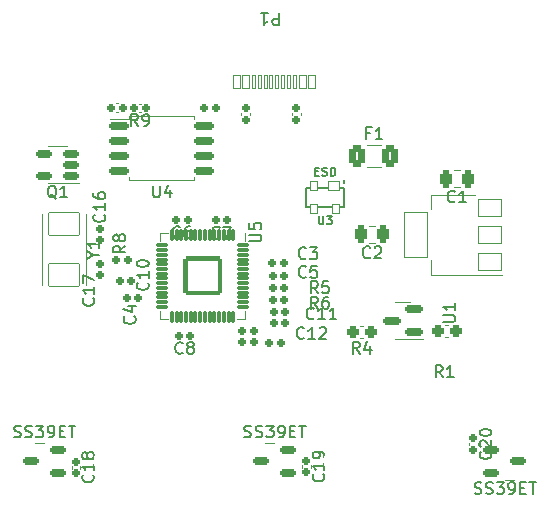
<source format=gbr>
%TF.GenerationSoftware,KiCad,Pcbnew,(7.0.0-0)*%
%TF.CreationDate,2023-03-14T22:07:24-05:00*%
%TF.ProjectId,RP2040_minimal,52503230-3430-45f6-9d69-6e696d616c2e,REV1*%
%TF.SameCoordinates,Original*%
%TF.FileFunction,Legend,Top*%
%TF.FilePolarity,Positive*%
%FSLAX46Y46*%
G04 Gerber Fmt 4.6, Leading zero omitted, Abs format (unit mm)*
G04 Created by KiCad (PCBNEW (7.0.0-0)) date 2023-03-14 22:07:24*
%MOMM*%
%LPD*%
G01*
G04 APERTURE LIST*
G04 Aperture macros list*
%AMRoundRect*
0 Rectangle with rounded corners*
0 $1 Rounding radius*
0 $2 $3 $4 $5 $6 $7 $8 $9 X,Y pos of 4 corners*
0 Add a 4 corners polygon primitive as box body*
4,1,4,$2,$3,$4,$5,$6,$7,$8,$9,$2,$3,0*
0 Add four circle primitives for the rounded corners*
1,1,$1+$1,$2,$3*
1,1,$1+$1,$4,$5*
1,1,$1+$1,$6,$7*
1,1,$1+$1,$8,$9*
0 Add four rect primitives between the rounded corners*
20,1,$1+$1,$2,$3,$4,$5,0*
20,1,$1+$1,$4,$5,$6,$7,0*
20,1,$1+$1,$6,$7,$8,$9,0*
20,1,$1+$1,$8,$9,$2,$3,0*%
G04 Aperture macros list end*
%ADD10C,0.150000*%
%ADD11C,0.120000*%
%ADD12RoundRect,0.294750X0.243750X0.456250X-0.243750X0.456250X-0.243750X-0.456250X0.243750X-0.456250X0*%
%ADD13RoundRect,0.198500X-0.147500X-0.172500X0.147500X-0.172500X0.147500X0.172500X-0.147500X0.172500X0*%
%ADD14RoundRect,0.198500X0.147500X0.172500X-0.147500X0.172500X-0.147500X-0.172500X0.147500X-0.172500X0*%
%ADD15RoundRect,0.051000X1.000000X0.750000X-1.000000X0.750000X-1.000000X-0.750000X1.000000X-0.750000X0*%
%ADD16RoundRect,0.051000X1.000000X1.900000X-1.000000X1.900000X-1.000000X-1.900000X1.000000X-1.900000X0*%
%ADD17RoundRect,0.201000X-0.650000X-0.150000X0.650000X-0.150000X0.650000X0.150000X-0.650000X0.150000X0*%
%ADD18RoundRect,0.198500X-0.172500X0.147500X-0.172500X-0.147500X0.172500X-0.147500X0.172500X0.147500X0*%
%ADD19RoundRect,0.101000X-0.050000X0.387500X-0.050000X-0.387500X0.050000X-0.387500X0.050000X0.387500X0*%
%ADD20RoundRect,0.101000X-0.387500X0.050000X-0.387500X-0.050000X0.387500X-0.050000X0.387500X0.050000X0*%
%ADD21RoundRect,0.195000X-1.456000X1.456000X-1.456000X-1.456000X1.456000X-1.456000X1.456000X1.456000X0*%
%ADD22RoundRect,0.198500X0.172500X-0.147500X0.172500X0.147500X-0.172500X0.147500X-0.172500X-0.147500X0*%
%ADD23RoundRect,0.051000X-1.300000X0.950000X-1.300000X-0.950000X1.300000X-0.950000X1.300000X0.950000X0*%
%ADD24RoundRect,0.191000X0.140000X0.170000X-0.140000X0.170000X-0.140000X-0.170000X0.140000X-0.170000X0*%
%ADD25RoundRect,0.201000X0.512500X0.150000X-0.512500X0.150000X-0.512500X-0.150000X0.512500X-0.150000X0*%
%ADD26RoundRect,0.276000X0.225000X0.250000X-0.225000X0.250000X-0.225000X-0.250000X0.225000X-0.250000X0*%
%ADD27RoundRect,0.201000X-0.512500X-0.150000X0.512500X-0.150000X0.512500X0.150000X-0.512500X0.150000X0*%
%ADD28RoundRect,0.050000X0.500000X0.350000X-0.500000X0.350000X-0.500000X-0.350000X0.500000X-0.350000X0*%
%ADD29RoundRect,0.050000X0.300000X0.350000X-0.300000X0.350000X-0.300000X-0.350000X0.300000X-0.350000X0*%
%ADD30RoundRect,0.201000X0.587500X0.150000X-0.587500X0.150000X-0.587500X-0.150000X0.587500X-0.150000X0*%
%ADD31RoundRect,0.191000X-0.170000X0.140000X-0.170000X-0.140000X0.170000X-0.140000X0.170000X0.140000X0*%
%ADD32RoundRect,0.191000X-0.140000X-0.170000X0.140000X-0.170000X0.140000X0.170000X-0.140000X0.170000X0*%
%ADD33RoundRect,0.051000X0.300000X0.575000X-0.300000X0.575000X-0.300000X-0.575000X0.300000X-0.575000X0*%
%ADD34RoundRect,0.051000X0.150000X0.575000X-0.150000X0.575000X-0.150000X-0.575000X0.150000X-0.575000X0*%
%ADD35O,1.102000X1.902000*%
%ADD36O,1.102000X2.302000*%
%ADD37RoundRect,0.301000X-0.375000X-0.625000X0.375000X-0.625000X0.375000X0.625000X-0.375000X0.625000X0*%
%ADD38C,3.302000*%
%ADD39C,1.802000*%
%ADD40C,4.402000*%
G04 APERTURE END LIST*
D10*
%TO.C,C2*%
X8103333Y17287858D02*
X8055714Y17240239D01*
X8055714Y17240239D02*
X7912857Y17192620D01*
X7912857Y17192620D02*
X7817619Y17192620D01*
X7817619Y17192620D02*
X7674762Y17240239D01*
X7674762Y17240239D02*
X7579524Y17335477D01*
X7579524Y17335477D02*
X7531905Y17430715D01*
X7531905Y17430715D02*
X7484286Y17621191D01*
X7484286Y17621191D02*
X7484286Y17764048D01*
X7484286Y17764048D02*
X7531905Y17954524D01*
X7531905Y17954524D02*
X7579524Y18049762D01*
X7579524Y18049762D02*
X7674762Y18145000D01*
X7674762Y18145000D02*
X7817619Y18192620D01*
X7817619Y18192620D02*
X7912857Y18192620D01*
X7912857Y18192620D02*
X8055714Y18145000D01*
X8055714Y18145000D02*
X8103333Y18097381D01*
X8484286Y18097381D02*
X8531905Y18145000D01*
X8531905Y18145000D02*
X8627143Y18192620D01*
X8627143Y18192620D02*
X8865238Y18192620D01*
X8865238Y18192620D02*
X8960476Y18145000D01*
X8960476Y18145000D02*
X9008095Y18097381D01*
X9008095Y18097381D02*
X9055714Y18002143D01*
X9055714Y18002143D02*
X9055714Y17906905D01*
X9055714Y17906905D02*
X9008095Y17764048D01*
X9008095Y17764048D02*
X8436667Y17192620D01*
X8436667Y17192620D02*
X9055714Y17192620D01*
%TO.C,C12*%
X2492142Y10456358D02*
X2444523Y10408739D01*
X2444523Y10408739D02*
X2301666Y10361120D01*
X2301666Y10361120D02*
X2206428Y10361120D01*
X2206428Y10361120D02*
X2063571Y10408739D01*
X2063571Y10408739D02*
X1968333Y10503977D01*
X1968333Y10503977D02*
X1920714Y10599215D01*
X1920714Y10599215D02*
X1873095Y10789691D01*
X1873095Y10789691D02*
X1873095Y10932548D01*
X1873095Y10932548D02*
X1920714Y11123024D01*
X1920714Y11123024D02*
X1968333Y11218262D01*
X1968333Y11218262D02*
X2063571Y11313500D01*
X2063571Y11313500D02*
X2206428Y11361120D01*
X2206428Y11361120D02*
X2301666Y11361120D01*
X2301666Y11361120D02*
X2444523Y11313500D01*
X2444523Y11313500D02*
X2492142Y11265881D01*
X3444523Y10361120D02*
X2873095Y10361120D01*
X3158809Y10361120D02*
X3158809Y11361120D01*
X3158809Y11361120D02*
X3063571Y11218262D01*
X3063571Y11218262D02*
X2968333Y11123024D01*
X2968333Y11123024D02*
X2873095Y11075405D01*
X3825476Y11265881D02*
X3873095Y11313500D01*
X3873095Y11313500D02*
X3968333Y11361120D01*
X3968333Y11361120D02*
X4206428Y11361120D01*
X4206428Y11361120D02*
X4301666Y11313500D01*
X4301666Y11313500D02*
X4349285Y11265881D01*
X4349285Y11265881D02*
X4396904Y11170643D01*
X4396904Y11170643D02*
X4396904Y11075405D01*
X4396904Y11075405D02*
X4349285Y10932548D01*
X4349285Y10932548D02*
X3777857Y10361120D01*
X3777857Y10361120D02*
X4396904Y10361120D01*
%TO.C,C11*%
X3342142Y12105358D02*
X3294523Y12057739D01*
X3294523Y12057739D02*
X3151666Y12010120D01*
X3151666Y12010120D02*
X3056428Y12010120D01*
X3056428Y12010120D02*
X2913571Y12057739D01*
X2913571Y12057739D02*
X2818333Y12152977D01*
X2818333Y12152977D02*
X2770714Y12248215D01*
X2770714Y12248215D02*
X2723095Y12438691D01*
X2723095Y12438691D02*
X2723095Y12581548D01*
X2723095Y12581548D02*
X2770714Y12772024D01*
X2770714Y12772024D02*
X2818333Y12867262D01*
X2818333Y12867262D02*
X2913571Y12962500D01*
X2913571Y12962500D02*
X3056428Y13010120D01*
X3056428Y13010120D02*
X3151666Y13010120D01*
X3151666Y13010120D02*
X3294523Y12962500D01*
X3294523Y12962500D02*
X3342142Y12914881D01*
X4294523Y12010120D02*
X3723095Y12010120D01*
X4008809Y12010120D02*
X4008809Y13010120D01*
X4008809Y13010120D02*
X3913571Y12867262D01*
X3913571Y12867262D02*
X3818333Y12772024D01*
X3818333Y12772024D02*
X3723095Y12724405D01*
X5246904Y12010120D02*
X4675476Y12010120D01*
X4961190Y12010120D02*
X4961190Y13010120D01*
X4961190Y13010120D02*
X4865952Y12867262D01*
X4865952Y12867262D02*
X4770714Y12772024D01*
X4770714Y12772024D02*
X4675476Y12724405D01*
%TO.C,C8*%
X-7766667Y9192858D02*
X-7814286Y9145239D01*
X-7814286Y9145239D02*
X-7957143Y9097620D01*
X-7957143Y9097620D02*
X-8052381Y9097620D01*
X-8052381Y9097620D02*
X-8195238Y9145239D01*
X-8195238Y9145239D02*
X-8290476Y9240477D01*
X-8290476Y9240477D02*
X-8338095Y9335715D01*
X-8338095Y9335715D02*
X-8385714Y9526191D01*
X-8385714Y9526191D02*
X-8385714Y9669048D01*
X-8385714Y9669048D02*
X-8338095Y9859524D01*
X-8338095Y9859524D02*
X-8290476Y9954762D01*
X-8290476Y9954762D02*
X-8195238Y10050000D01*
X-8195238Y10050000D02*
X-8052381Y10097620D01*
X-8052381Y10097620D02*
X-7957143Y10097620D01*
X-7957143Y10097620D02*
X-7814286Y10050000D01*
X-7814286Y10050000D02*
X-7766667Y10002381D01*
X-7195238Y9669048D02*
X-7290476Y9716667D01*
X-7290476Y9716667D02*
X-7338095Y9764286D01*
X-7338095Y9764286D02*
X-7385714Y9859524D01*
X-7385714Y9859524D02*
X-7385714Y9907143D01*
X-7385714Y9907143D02*
X-7338095Y10002381D01*
X-7338095Y10002381D02*
X-7290476Y10050000D01*
X-7290476Y10050000D02*
X-7195238Y10097620D01*
X-7195238Y10097620D02*
X-7004762Y10097620D01*
X-7004762Y10097620D02*
X-6909524Y10050000D01*
X-6909524Y10050000D02*
X-6861905Y10002381D01*
X-6861905Y10002381D02*
X-6814286Y9907143D01*
X-6814286Y9907143D02*
X-6814286Y9859524D01*
X-6814286Y9859524D02*
X-6861905Y9764286D01*
X-6861905Y9764286D02*
X-6909524Y9716667D01*
X-6909524Y9716667D02*
X-7004762Y9669048D01*
X-7004762Y9669048D02*
X-7195238Y9669048D01*
X-7195238Y9669048D02*
X-7290476Y9621429D01*
X-7290476Y9621429D02*
X-7338095Y9573810D01*
X-7338095Y9573810D02*
X-7385714Y9478572D01*
X-7385714Y9478572D02*
X-7385714Y9288096D01*
X-7385714Y9288096D02*
X-7338095Y9192858D01*
X-7338095Y9192858D02*
X-7290476Y9145239D01*
X-7290476Y9145239D02*
X-7195238Y9097620D01*
X-7195238Y9097620D02*
X-7004762Y9097620D01*
X-7004762Y9097620D02*
X-6909524Y9145239D01*
X-6909524Y9145239D02*
X-6861905Y9192858D01*
X-6861905Y9192858D02*
X-6814286Y9288096D01*
X-6814286Y9288096D02*
X-6814286Y9478572D01*
X-6814286Y9478572D02*
X-6861905Y9573810D01*
X-6861905Y9573810D02*
X-6909524Y9621429D01*
X-6909524Y9621429D02*
X-7004762Y9669048D01*
%TO.C,U1*%
X14302380Y11820596D02*
X15111904Y11820596D01*
X15111904Y11820596D02*
X15207142Y11868215D01*
X15207142Y11868215D02*
X15254761Y11915834D01*
X15254761Y11915834D02*
X15302380Y12011072D01*
X15302380Y12011072D02*
X15302380Y12201548D01*
X15302380Y12201548D02*
X15254761Y12296786D01*
X15254761Y12296786D02*
X15207142Y12344405D01*
X15207142Y12344405D02*
X15111904Y12392024D01*
X15111904Y12392024D02*
X14302380Y12392024D01*
X15302380Y13392024D02*
X15302380Y12820596D01*
X15302380Y13106310D02*
X14302380Y13106310D01*
X14302380Y13106310D02*
X14445238Y13011072D01*
X14445238Y13011072D02*
X14540476Y12915834D01*
X14540476Y12915834D02*
X14588095Y12820596D01*
%TO.C,U4*%
X-10279405Y23347620D02*
X-10279405Y22538096D01*
X-10279405Y22538096D02*
X-10231786Y22442858D01*
X-10231786Y22442858D02*
X-10184167Y22395239D01*
X-10184167Y22395239D02*
X-10088929Y22347620D01*
X-10088929Y22347620D02*
X-9898453Y22347620D01*
X-9898453Y22347620D02*
X-9803215Y22395239D01*
X-9803215Y22395239D02*
X-9755596Y22442858D01*
X-9755596Y22442858D02*
X-9707977Y22538096D01*
X-9707977Y22538096D02*
X-9707977Y23347620D01*
X-8803215Y23014286D02*
X-8803215Y22347620D01*
X-9041310Y23395239D02*
X-9279405Y22680953D01*
X-9279405Y22680953D02*
X-8660358Y22680953D01*
%TO.C,C17*%
X-15334377Y13811143D02*
X-15286758Y13763524D01*
X-15286758Y13763524D02*
X-15239139Y13620667D01*
X-15239139Y13620667D02*
X-15239139Y13525429D01*
X-15239139Y13525429D02*
X-15286758Y13382572D01*
X-15286758Y13382572D02*
X-15381996Y13287334D01*
X-15381996Y13287334D02*
X-15477234Y13239715D01*
X-15477234Y13239715D02*
X-15667710Y13192096D01*
X-15667710Y13192096D02*
X-15810567Y13192096D01*
X-15810567Y13192096D02*
X-16001043Y13239715D01*
X-16001043Y13239715D02*
X-16096281Y13287334D01*
X-16096281Y13287334D02*
X-16191519Y13382572D01*
X-16191519Y13382572D02*
X-16239139Y13525429D01*
X-16239139Y13525429D02*
X-16239139Y13620667D01*
X-16239139Y13620667D02*
X-16191519Y13763524D01*
X-16191519Y13763524D02*
X-16143900Y13811143D01*
X-15239139Y14763524D02*
X-15239139Y14192096D01*
X-15239139Y14477810D02*
X-16239139Y14477810D01*
X-16239139Y14477810D02*
X-16096281Y14382572D01*
X-16096281Y14382572D02*
X-16001043Y14287334D01*
X-16001043Y14287334D02*
X-15953424Y14192096D01*
X-16239139Y15096858D02*
X-16239139Y15763524D01*
X-16239139Y15763524D02*
X-15239139Y15334953D01*
%TO.C,C5*%
X2673333Y15642858D02*
X2625714Y15595239D01*
X2625714Y15595239D02*
X2482857Y15547620D01*
X2482857Y15547620D02*
X2387619Y15547620D01*
X2387619Y15547620D02*
X2244762Y15595239D01*
X2244762Y15595239D02*
X2149524Y15690477D01*
X2149524Y15690477D02*
X2101905Y15785715D01*
X2101905Y15785715D02*
X2054286Y15976191D01*
X2054286Y15976191D02*
X2054286Y16119048D01*
X2054286Y16119048D02*
X2101905Y16309524D01*
X2101905Y16309524D02*
X2149524Y16404762D01*
X2149524Y16404762D02*
X2244762Y16500000D01*
X2244762Y16500000D02*
X2387619Y16547620D01*
X2387619Y16547620D02*
X2482857Y16547620D01*
X2482857Y16547620D02*
X2625714Y16500000D01*
X2625714Y16500000D02*
X2673333Y16452381D01*
X3578095Y16547620D02*
X3101905Y16547620D01*
X3101905Y16547620D02*
X3054286Y16071429D01*
X3054286Y16071429D02*
X3101905Y16119048D01*
X3101905Y16119048D02*
X3197143Y16166667D01*
X3197143Y16166667D02*
X3435238Y16166667D01*
X3435238Y16166667D02*
X3530476Y16119048D01*
X3530476Y16119048D02*
X3578095Y16071429D01*
X3578095Y16071429D02*
X3625714Y15976191D01*
X3625714Y15976191D02*
X3625714Y15738096D01*
X3625714Y15738096D02*
X3578095Y15642858D01*
X3578095Y15642858D02*
X3530476Y15595239D01*
X3530476Y15595239D02*
X3435238Y15547620D01*
X3435238Y15547620D02*
X3197143Y15547620D01*
X3197143Y15547620D02*
X3101905Y15595239D01*
X3101905Y15595239D02*
X3054286Y15642858D01*
%TO.C,C7*%
X-4644167Y18960358D02*
X-4691786Y18912739D01*
X-4691786Y18912739D02*
X-4834643Y18865120D01*
X-4834643Y18865120D02*
X-4929881Y18865120D01*
X-4929881Y18865120D02*
X-5072738Y18912739D01*
X-5072738Y18912739D02*
X-5167976Y19007977D01*
X-5167976Y19007977D02*
X-5215595Y19103215D01*
X-5215595Y19103215D02*
X-5263214Y19293691D01*
X-5263214Y19293691D02*
X-5263214Y19436548D01*
X-5263214Y19436548D02*
X-5215595Y19627024D01*
X-5215595Y19627024D02*
X-5167976Y19722262D01*
X-5167976Y19722262D02*
X-5072738Y19817500D01*
X-5072738Y19817500D02*
X-4929881Y19865120D01*
X-4929881Y19865120D02*
X-4834643Y19865120D01*
X-4834643Y19865120D02*
X-4691786Y19817500D01*
X-4691786Y19817500D02*
X-4644167Y19769881D01*
X-4310833Y19865120D02*
X-3644167Y19865120D01*
X-3644167Y19865120D02*
X-4072738Y18865120D01*
%TO.C,C10*%
X-10741866Y15137143D02*
X-10694247Y15089524D01*
X-10694247Y15089524D02*
X-10646628Y14946667D01*
X-10646628Y14946667D02*
X-10646628Y14851429D01*
X-10646628Y14851429D02*
X-10694247Y14708572D01*
X-10694247Y14708572D02*
X-10789485Y14613334D01*
X-10789485Y14613334D02*
X-10884723Y14565715D01*
X-10884723Y14565715D02*
X-11075199Y14518096D01*
X-11075199Y14518096D02*
X-11218056Y14518096D01*
X-11218056Y14518096D02*
X-11408532Y14565715D01*
X-11408532Y14565715D02*
X-11503770Y14613334D01*
X-11503770Y14613334D02*
X-11599008Y14708572D01*
X-11599008Y14708572D02*
X-11646628Y14851429D01*
X-11646628Y14851429D02*
X-11646628Y14946667D01*
X-11646628Y14946667D02*
X-11599008Y15089524D01*
X-11599008Y15089524D02*
X-11551389Y15137143D01*
X-10646628Y16089524D02*
X-10646628Y15518096D01*
X-10646628Y15803810D02*
X-11646628Y15803810D01*
X-11646628Y15803810D02*
X-11503770Y15708572D01*
X-11503770Y15708572D02*
X-11408532Y15613334D01*
X-11408532Y15613334D02*
X-11360913Y15518096D01*
X-11646628Y16708572D02*
X-11646628Y16803810D01*
X-11646628Y16803810D02*
X-11599008Y16899048D01*
X-11599008Y16899048D02*
X-11551389Y16946667D01*
X-11551389Y16946667D02*
X-11456151Y16994286D01*
X-11456151Y16994286D02*
X-11265675Y17041905D01*
X-11265675Y17041905D02*
X-11027580Y17041905D01*
X-11027580Y17041905D02*
X-10837104Y16994286D01*
X-10837104Y16994286D02*
X-10741866Y16946667D01*
X-10741866Y16946667D02*
X-10694247Y16899048D01*
X-10694247Y16899048D02*
X-10646628Y16803810D01*
X-10646628Y16803810D02*
X-10646628Y16708572D01*
X-10646628Y16708572D02*
X-10694247Y16613334D01*
X-10694247Y16613334D02*
X-10741866Y16565715D01*
X-10741866Y16565715D02*
X-10837104Y16518096D01*
X-10837104Y16518096D02*
X-11027580Y16470477D01*
X-11027580Y16470477D02*
X-11265675Y16470477D01*
X-11265675Y16470477D02*
X-11456151Y16518096D01*
X-11456151Y16518096D02*
X-11551389Y16565715D01*
X-11551389Y16565715D02*
X-11599008Y16613334D01*
X-11599008Y16613334D02*
X-11646628Y16708572D01*
%TO.C,R5*%
X3674209Y14240120D02*
X3340876Y14716310D01*
X3102781Y14240120D02*
X3102781Y15240120D01*
X3102781Y15240120D02*
X3483733Y15240120D01*
X3483733Y15240120D02*
X3578971Y15192500D01*
X3578971Y15192500D02*
X3626590Y15144881D01*
X3626590Y15144881D02*
X3674209Y15049643D01*
X3674209Y15049643D02*
X3674209Y14906786D01*
X3674209Y14906786D02*
X3626590Y14811548D01*
X3626590Y14811548D02*
X3578971Y14763929D01*
X3578971Y14763929D02*
X3483733Y14716310D01*
X3483733Y14716310D02*
X3102781Y14716310D01*
X4578971Y15240120D02*
X4102781Y15240120D01*
X4102781Y15240120D02*
X4055162Y14763929D01*
X4055162Y14763929D02*
X4102781Y14811548D01*
X4102781Y14811548D02*
X4198019Y14859167D01*
X4198019Y14859167D02*
X4436114Y14859167D01*
X4436114Y14859167D02*
X4531352Y14811548D01*
X4531352Y14811548D02*
X4578971Y14763929D01*
X4578971Y14763929D02*
X4626590Y14668691D01*
X4626590Y14668691D02*
X4626590Y14430596D01*
X4626590Y14430596D02*
X4578971Y14335358D01*
X4578971Y14335358D02*
X4531352Y14287739D01*
X4531352Y14287739D02*
X4436114Y14240120D01*
X4436114Y14240120D02*
X4198019Y14240120D01*
X4198019Y14240120D02*
X4102781Y14287739D01*
X4102781Y14287739D02*
X4055162Y14335358D01*
%TO.C,C4*%
X-11847858Y12265834D02*
X-11800239Y12218215D01*
X-11800239Y12218215D02*
X-11752620Y12075358D01*
X-11752620Y12075358D02*
X-11752620Y11980120D01*
X-11752620Y11980120D02*
X-11800239Y11837263D01*
X-11800239Y11837263D02*
X-11895477Y11742025D01*
X-11895477Y11742025D02*
X-11990715Y11694406D01*
X-11990715Y11694406D02*
X-12181191Y11646787D01*
X-12181191Y11646787D02*
X-12324048Y11646787D01*
X-12324048Y11646787D02*
X-12514524Y11694406D01*
X-12514524Y11694406D02*
X-12609762Y11742025D01*
X-12609762Y11742025D02*
X-12705000Y11837263D01*
X-12705000Y11837263D02*
X-12752620Y11980120D01*
X-12752620Y11980120D02*
X-12752620Y12075358D01*
X-12752620Y12075358D02*
X-12705000Y12218215D01*
X-12705000Y12218215D02*
X-12657381Y12265834D01*
X-12419286Y13122977D02*
X-11752620Y13122977D01*
X-12800239Y12884882D02*
X-12085953Y12646787D01*
X-12085953Y12646787D02*
X-12085953Y13265834D01*
%TO.C,C1*%
X15283333Y22017858D02*
X15235714Y21970239D01*
X15235714Y21970239D02*
X15092857Y21922620D01*
X15092857Y21922620D02*
X14997619Y21922620D01*
X14997619Y21922620D02*
X14854762Y21970239D01*
X14854762Y21970239D02*
X14759524Y22065477D01*
X14759524Y22065477D02*
X14711905Y22160715D01*
X14711905Y22160715D02*
X14664286Y22351191D01*
X14664286Y22351191D02*
X14664286Y22494048D01*
X14664286Y22494048D02*
X14711905Y22684524D01*
X14711905Y22684524D02*
X14759524Y22779762D01*
X14759524Y22779762D02*
X14854762Y22875000D01*
X14854762Y22875000D02*
X14997619Y22922620D01*
X14997619Y22922620D02*
X15092857Y22922620D01*
X15092857Y22922620D02*
X15235714Y22875000D01*
X15235714Y22875000D02*
X15283333Y22827381D01*
X16235714Y21922620D02*
X15664286Y21922620D01*
X15950000Y21922620D02*
X15950000Y22922620D01*
X15950000Y22922620D02*
X15854762Y22779762D01*
X15854762Y22779762D02*
X15759524Y22684524D01*
X15759524Y22684524D02*
X15664286Y22636905D01*
%TO.C,C6*%
X-7994167Y18990358D02*
X-8041786Y18942739D01*
X-8041786Y18942739D02*
X-8184643Y18895120D01*
X-8184643Y18895120D02*
X-8279881Y18895120D01*
X-8279881Y18895120D02*
X-8422738Y18942739D01*
X-8422738Y18942739D02*
X-8517976Y19037977D01*
X-8517976Y19037977D02*
X-8565595Y19133215D01*
X-8565595Y19133215D02*
X-8613214Y19323691D01*
X-8613214Y19323691D02*
X-8613214Y19466548D01*
X-8613214Y19466548D02*
X-8565595Y19657024D01*
X-8565595Y19657024D02*
X-8517976Y19752262D01*
X-8517976Y19752262D02*
X-8422738Y19847500D01*
X-8422738Y19847500D02*
X-8279881Y19895120D01*
X-8279881Y19895120D02*
X-8184643Y19895120D01*
X-8184643Y19895120D02*
X-8041786Y19847500D01*
X-8041786Y19847500D02*
X-7994167Y19799881D01*
X-7137024Y19895120D02*
X-7327500Y19895120D01*
X-7327500Y19895120D02*
X-7422738Y19847500D01*
X-7422738Y19847500D02*
X-7470357Y19799881D01*
X-7470357Y19799881D02*
X-7565595Y19657024D01*
X-7565595Y19657024D02*
X-7613214Y19466548D01*
X-7613214Y19466548D02*
X-7613214Y19085596D01*
X-7613214Y19085596D02*
X-7565595Y18990358D01*
X-7565595Y18990358D02*
X-7517976Y18942739D01*
X-7517976Y18942739D02*
X-7422738Y18895120D01*
X-7422738Y18895120D02*
X-7232262Y18895120D01*
X-7232262Y18895120D02*
X-7137024Y18942739D01*
X-7137024Y18942739D02*
X-7089405Y18990358D01*
X-7089405Y18990358D02*
X-7041786Y19085596D01*
X-7041786Y19085596D02*
X-7041786Y19323691D01*
X-7041786Y19323691D02*
X-7089405Y19418929D01*
X-7089405Y19418929D02*
X-7137024Y19466548D01*
X-7137024Y19466548D02*
X-7232262Y19514167D01*
X-7232262Y19514167D02*
X-7422738Y19514167D01*
X-7422738Y19514167D02*
X-7517976Y19466548D01*
X-7517976Y19466548D02*
X-7565595Y19418929D01*
X-7565595Y19418929D02*
X-7613214Y19323691D01*
%TO.C,U5*%
X-2117620Y18633096D02*
X-1308096Y18633096D01*
X-1308096Y18633096D02*
X-1212858Y18680715D01*
X-1212858Y18680715D02*
X-1165239Y18728334D01*
X-1165239Y18728334D02*
X-1117620Y18823572D01*
X-1117620Y18823572D02*
X-1117620Y19014048D01*
X-1117620Y19014048D02*
X-1165239Y19109286D01*
X-1165239Y19109286D02*
X-1212858Y19156905D01*
X-1212858Y19156905D02*
X-1308096Y19204524D01*
X-1308096Y19204524D02*
X-2117620Y19204524D01*
X-2117620Y20156905D02*
X-2117620Y19680715D01*
X-2117620Y19680715D02*
X-1641429Y19633096D01*
X-1641429Y19633096D02*
X-1689048Y19680715D01*
X-1689048Y19680715D02*
X-1736667Y19775953D01*
X-1736667Y19775953D02*
X-1736667Y20014048D01*
X-1736667Y20014048D02*
X-1689048Y20109286D01*
X-1689048Y20109286D02*
X-1641429Y20156905D01*
X-1641429Y20156905D02*
X-1546191Y20204524D01*
X-1546191Y20204524D02*
X-1308096Y20204524D01*
X-1308096Y20204524D02*
X-1212858Y20156905D01*
X-1212858Y20156905D02*
X-1165239Y20109286D01*
X-1165239Y20109286D02*
X-1117620Y20014048D01*
X-1117620Y20014048D02*
X-1117620Y19775953D01*
X-1117620Y19775953D02*
X-1165239Y19680715D01*
X-1165239Y19680715D02*
X-1212858Y19633096D01*
%TO.C,C16*%
X-14420377Y20881143D02*
X-14372758Y20833524D01*
X-14372758Y20833524D02*
X-14325139Y20690667D01*
X-14325139Y20690667D02*
X-14325139Y20595429D01*
X-14325139Y20595429D02*
X-14372758Y20452572D01*
X-14372758Y20452572D02*
X-14467996Y20357334D01*
X-14467996Y20357334D02*
X-14563234Y20309715D01*
X-14563234Y20309715D02*
X-14753710Y20262096D01*
X-14753710Y20262096D02*
X-14896567Y20262096D01*
X-14896567Y20262096D02*
X-15087043Y20309715D01*
X-15087043Y20309715D02*
X-15182281Y20357334D01*
X-15182281Y20357334D02*
X-15277519Y20452572D01*
X-15277519Y20452572D02*
X-15325139Y20595429D01*
X-15325139Y20595429D02*
X-15325139Y20690667D01*
X-15325139Y20690667D02*
X-15277519Y20833524D01*
X-15277519Y20833524D02*
X-15229900Y20881143D01*
X-14325139Y21833524D02*
X-14325139Y21262096D01*
X-14325139Y21547810D02*
X-15325139Y21547810D01*
X-15325139Y21547810D02*
X-15182281Y21452572D01*
X-15182281Y21452572D02*
X-15087043Y21357334D01*
X-15087043Y21357334D02*
X-15039424Y21262096D01*
X-15325139Y22690667D02*
X-15325139Y22500191D01*
X-15325139Y22500191D02*
X-15277519Y22404953D01*
X-15277519Y22404953D02*
X-15229900Y22357334D01*
X-15229900Y22357334D02*
X-15087043Y22262096D01*
X-15087043Y22262096D02*
X-14896567Y22214477D01*
X-14896567Y22214477D02*
X-14515615Y22214477D01*
X-14515615Y22214477D02*
X-14420377Y22262096D01*
X-14420377Y22262096D02*
X-14372758Y22309715D01*
X-14372758Y22309715D02*
X-14325139Y22404953D01*
X-14325139Y22404953D02*
X-14325139Y22595429D01*
X-14325139Y22595429D02*
X-14372758Y22690667D01*
X-14372758Y22690667D02*
X-14420377Y22738286D01*
X-14420377Y22738286D02*
X-14515615Y22785905D01*
X-14515615Y22785905D02*
X-14753710Y22785905D01*
X-14753710Y22785905D02*
X-14848948Y22738286D01*
X-14848948Y22738286D02*
X-14896567Y22690667D01*
X-14896567Y22690667D02*
X-14944186Y22595429D01*
X-14944186Y22595429D02*
X-14944186Y22404953D01*
X-14944186Y22404953D02*
X-14896567Y22309715D01*
X-14896567Y22309715D02*
X-14848948Y22262096D01*
X-14848948Y22262096D02*
X-14753710Y22214477D01*
%TO.C,R6*%
X3674209Y12940120D02*
X3340876Y13416310D01*
X3102781Y12940120D02*
X3102781Y13940120D01*
X3102781Y13940120D02*
X3483733Y13940120D01*
X3483733Y13940120D02*
X3578971Y13892500D01*
X3578971Y13892500D02*
X3626590Y13844881D01*
X3626590Y13844881D02*
X3674209Y13749643D01*
X3674209Y13749643D02*
X3674209Y13606786D01*
X3674209Y13606786D02*
X3626590Y13511548D01*
X3626590Y13511548D02*
X3578971Y13463929D01*
X3578971Y13463929D02*
X3483733Y13416310D01*
X3483733Y13416310D02*
X3102781Y13416310D01*
X4531352Y13940120D02*
X4340876Y13940120D01*
X4340876Y13940120D02*
X4245638Y13892500D01*
X4245638Y13892500D02*
X4198019Y13844881D01*
X4198019Y13844881D02*
X4102781Y13702024D01*
X4102781Y13702024D02*
X4055162Y13511548D01*
X4055162Y13511548D02*
X4055162Y13130596D01*
X4055162Y13130596D02*
X4102781Y13035358D01*
X4102781Y13035358D02*
X4150400Y12987739D01*
X4150400Y12987739D02*
X4245638Y12940120D01*
X4245638Y12940120D02*
X4436114Y12940120D01*
X4436114Y12940120D02*
X4531352Y12987739D01*
X4531352Y12987739D02*
X4578971Y13035358D01*
X4578971Y13035358D02*
X4626590Y13130596D01*
X4626590Y13130596D02*
X4626590Y13368691D01*
X4626590Y13368691D02*
X4578971Y13463929D01*
X4578971Y13463929D02*
X4531352Y13511548D01*
X4531352Y13511548D02*
X4436114Y13559167D01*
X4436114Y13559167D02*
X4245638Y13559167D01*
X4245638Y13559167D02*
X4150400Y13511548D01*
X4150400Y13511548D02*
X4102781Y13463929D01*
X4102781Y13463929D02*
X4055162Y13368691D01*
%TO.C,C3*%
X2663333Y17212858D02*
X2615714Y17165239D01*
X2615714Y17165239D02*
X2472857Y17117620D01*
X2472857Y17117620D02*
X2377619Y17117620D01*
X2377619Y17117620D02*
X2234762Y17165239D01*
X2234762Y17165239D02*
X2139524Y17260477D01*
X2139524Y17260477D02*
X2091905Y17355715D01*
X2091905Y17355715D02*
X2044286Y17546191D01*
X2044286Y17546191D02*
X2044286Y17689048D01*
X2044286Y17689048D02*
X2091905Y17879524D01*
X2091905Y17879524D02*
X2139524Y17974762D01*
X2139524Y17974762D02*
X2234762Y18070000D01*
X2234762Y18070000D02*
X2377619Y18117620D01*
X2377619Y18117620D02*
X2472857Y18117620D01*
X2472857Y18117620D02*
X2615714Y18070000D01*
X2615714Y18070000D02*
X2663333Y18022381D01*
X2996667Y18117620D02*
X3615714Y18117620D01*
X3615714Y18117620D02*
X3282381Y17736667D01*
X3282381Y17736667D02*
X3425238Y17736667D01*
X3425238Y17736667D02*
X3520476Y17689048D01*
X3520476Y17689048D02*
X3568095Y17641429D01*
X3568095Y17641429D02*
X3615714Y17546191D01*
X3615714Y17546191D02*
X3615714Y17308096D01*
X3615714Y17308096D02*
X3568095Y17212858D01*
X3568095Y17212858D02*
X3520476Y17165239D01*
X3520476Y17165239D02*
X3425238Y17117620D01*
X3425238Y17117620D02*
X3139524Y17117620D01*
X3139524Y17117620D02*
X3044286Y17165239D01*
X3044286Y17165239D02*
X2996667Y17212858D01*
%TO.C,R8*%
X-12625139Y18257334D02*
X-13101329Y17924001D01*
X-12625139Y17685906D02*
X-13625139Y17685906D01*
X-13625139Y17685906D02*
X-13625139Y18066858D01*
X-13625139Y18066858D02*
X-13577519Y18162096D01*
X-13577519Y18162096D02*
X-13529900Y18209715D01*
X-13529900Y18209715D02*
X-13434662Y18257334D01*
X-13434662Y18257334D02*
X-13291805Y18257334D01*
X-13291805Y18257334D02*
X-13196567Y18209715D01*
X-13196567Y18209715D02*
X-13148948Y18162096D01*
X-13148948Y18162096D02*
X-13101329Y18066858D01*
X-13101329Y18066858D02*
X-13101329Y17685906D01*
X-13196567Y18828763D02*
X-13244186Y18733525D01*
X-13244186Y18733525D02*
X-13291805Y18685906D01*
X-13291805Y18685906D02*
X-13387043Y18638287D01*
X-13387043Y18638287D02*
X-13434662Y18638287D01*
X-13434662Y18638287D02*
X-13529900Y18685906D01*
X-13529900Y18685906D02*
X-13577519Y18733525D01*
X-13577519Y18733525D02*
X-13625139Y18828763D01*
X-13625139Y18828763D02*
X-13625139Y19019239D01*
X-13625139Y19019239D02*
X-13577519Y19114477D01*
X-13577519Y19114477D02*
X-13529900Y19162096D01*
X-13529900Y19162096D02*
X-13434662Y19209715D01*
X-13434662Y19209715D02*
X-13387043Y19209715D01*
X-13387043Y19209715D02*
X-13291805Y19162096D01*
X-13291805Y19162096D02*
X-13244186Y19114477D01*
X-13244186Y19114477D02*
X-13196567Y19019239D01*
X-13196567Y19019239D02*
X-13196567Y18828763D01*
X-13196567Y18828763D02*
X-13148948Y18733525D01*
X-13148948Y18733525D02*
X-13101329Y18685906D01*
X-13101329Y18685906D02*
X-13006091Y18638287D01*
X-13006091Y18638287D02*
X-12815615Y18638287D01*
X-12815615Y18638287D02*
X-12720377Y18685906D01*
X-12720377Y18685906D02*
X-12672758Y18733525D01*
X-12672758Y18733525D02*
X-12625139Y18828763D01*
X-12625139Y18828763D02*
X-12625139Y19019239D01*
X-12625139Y19019239D02*
X-12672758Y19114477D01*
X-12672758Y19114477D02*
X-12720377Y19162096D01*
X-12720377Y19162096D02*
X-12815615Y19209715D01*
X-12815615Y19209715D02*
X-13006091Y19209715D01*
X-13006091Y19209715D02*
X-13101329Y19162096D01*
X-13101329Y19162096D02*
X-13148948Y19114477D01*
X-13148948Y19114477D02*
X-13196567Y19019239D01*
%TO.C,Y1*%
X-15325648Y17486310D02*
X-14849458Y17486310D01*
X-15849458Y17152977D02*
X-15325648Y17486310D01*
X-15325648Y17486310D02*
X-15849458Y17819643D01*
X-14849458Y18676786D02*
X-14849458Y18105358D01*
X-14849458Y18391072D02*
X-15849458Y18391072D01*
X-15849458Y18391072D02*
X-15706600Y18295834D01*
X-15706600Y18295834D02*
X-15611362Y18200596D01*
X-15611362Y18200596D02*
X-15563743Y18105358D01*
%TO.C,R9*%
X-11556667Y28402620D02*
X-11890000Y28878810D01*
X-12128095Y28402620D02*
X-12128095Y29402620D01*
X-12128095Y29402620D02*
X-11747143Y29402620D01*
X-11747143Y29402620D02*
X-11651905Y29355000D01*
X-11651905Y29355000D02*
X-11604286Y29307381D01*
X-11604286Y29307381D02*
X-11556667Y29212143D01*
X-11556667Y29212143D02*
X-11556667Y29069286D01*
X-11556667Y29069286D02*
X-11604286Y28974048D01*
X-11604286Y28974048D02*
X-11651905Y28926429D01*
X-11651905Y28926429D02*
X-11747143Y28878810D01*
X-11747143Y28878810D02*
X-12128095Y28878810D01*
X-11080476Y28402620D02*
X-10890000Y28402620D01*
X-10890000Y28402620D02*
X-10794762Y28450239D01*
X-10794762Y28450239D02*
X-10747143Y28497858D01*
X-10747143Y28497858D02*
X-10651905Y28640715D01*
X-10651905Y28640715D02*
X-10604286Y28831191D01*
X-10604286Y28831191D02*
X-10604286Y29212143D01*
X-10604286Y29212143D02*
X-10651905Y29307381D01*
X-10651905Y29307381D02*
X-10699524Y29355000D01*
X-10699524Y29355000D02*
X-10794762Y29402620D01*
X-10794762Y29402620D02*
X-10985238Y29402620D01*
X-10985238Y29402620D02*
X-11080476Y29355000D01*
X-11080476Y29355000D02*
X-11128095Y29307381D01*
X-11128095Y29307381D02*
X-11175714Y29212143D01*
X-11175714Y29212143D02*
X-11175714Y28974048D01*
X-11175714Y28974048D02*
X-11128095Y28878810D01*
X-11128095Y28878810D02*
X-11080476Y28831191D01*
X-11080476Y28831191D02*
X-10985238Y28783572D01*
X-10985238Y28783572D02*
X-10794762Y28783572D01*
X-10794762Y28783572D02*
X-10699524Y28831191D01*
X-10699524Y28831191D02*
X-10651905Y28878810D01*
X-10651905Y28878810D02*
X-10604286Y28974048D01*
%TO.C,Q1*%
X-18452739Y22247381D02*
X-18547977Y22295000D01*
X-18547977Y22295000D02*
X-18643215Y22390239D01*
X-18643215Y22390239D02*
X-18786072Y22533096D01*
X-18786072Y22533096D02*
X-18881310Y22580715D01*
X-18881310Y22580715D02*
X-18976548Y22580715D01*
X-18928929Y22342620D02*
X-19024167Y22390239D01*
X-19024167Y22390239D02*
X-19119405Y22485477D01*
X-19119405Y22485477D02*
X-19167024Y22675953D01*
X-19167024Y22675953D02*
X-19167024Y23009286D01*
X-19167024Y23009286D02*
X-19119405Y23199762D01*
X-19119405Y23199762D02*
X-19024167Y23295000D01*
X-19024167Y23295000D02*
X-18928929Y23342620D01*
X-18928929Y23342620D02*
X-18738453Y23342620D01*
X-18738453Y23342620D02*
X-18643215Y23295000D01*
X-18643215Y23295000D02*
X-18547977Y23199762D01*
X-18547977Y23199762D02*
X-18500358Y23009286D01*
X-18500358Y23009286D02*
X-18500358Y22675953D01*
X-18500358Y22675953D02*
X-18547977Y22485477D01*
X-18547977Y22485477D02*
X-18643215Y22390239D01*
X-18643215Y22390239D02*
X-18738453Y22342620D01*
X-18738453Y22342620D02*
X-18928929Y22342620D01*
X-17547977Y22342620D02*
X-18119405Y22342620D01*
X-17833691Y22342620D02*
X-17833691Y23342620D01*
X-17833691Y23342620D02*
X-17928929Y23199762D01*
X-17928929Y23199762D02*
X-18024167Y23104524D01*
X-18024167Y23104524D02*
X-18119405Y23056905D01*
%TO.C,R4*%
X7223333Y9122620D02*
X6890000Y9598810D01*
X6651905Y9122620D02*
X6651905Y10122620D01*
X6651905Y10122620D02*
X7032857Y10122620D01*
X7032857Y10122620D02*
X7128095Y10075000D01*
X7128095Y10075000D02*
X7175714Y10027381D01*
X7175714Y10027381D02*
X7223333Y9932143D01*
X7223333Y9932143D02*
X7223333Y9789286D01*
X7223333Y9789286D02*
X7175714Y9694048D01*
X7175714Y9694048D02*
X7128095Y9646429D01*
X7128095Y9646429D02*
X7032857Y9598810D01*
X7032857Y9598810D02*
X6651905Y9598810D01*
X8080476Y9789286D02*
X8080476Y9122620D01*
X7842381Y10170239D02*
X7604286Y9455953D01*
X7604286Y9455953D02*
X8223333Y9455953D01*
%TO.C,S3*%
X16952381Y-2719761D02*
X17095238Y-2767380D01*
X17095238Y-2767380D02*
X17333333Y-2767380D01*
X17333333Y-2767380D02*
X17428571Y-2719761D01*
X17428571Y-2719761D02*
X17476190Y-2672142D01*
X17476190Y-2672142D02*
X17523809Y-2576904D01*
X17523809Y-2576904D02*
X17523809Y-2481666D01*
X17523809Y-2481666D02*
X17476190Y-2386428D01*
X17476190Y-2386428D02*
X17428571Y-2338809D01*
X17428571Y-2338809D02*
X17333333Y-2291190D01*
X17333333Y-2291190D02*
X17142857Y-2243571D01*
X17142857Y-2243571D02*
X17047619Y-2195952D01*
X17047619Y-2195952D02*
X17000000Y-2148333D01*
X17000000Y-2148333D02*
X16952381Y-2053095D01*
X16952381Y-2053095D02*
X16952381Y-1957857D01*
X16952381Y-1957857D02*
X17000000Y-1862619D01*
X17000000Y-1862619D02*
X17047619Y-1815000D01*
X17047619Y-1815000D02*
X17142857Y-1767380D01*
X17142857Y-1767380D02*
X17380952Y-1767380D01*
X17380952Y-1767380D02*
X17523809Y-1815000D01*
X17904762Y-2719761D02*
X18047619Y-2767380D01*
X18047619Y-2767380D02*
X18285714Y-2767380D01*
X18285714Y-2767380D02*
X18380952Y-2719761D01*
X18380952Y-2719761D02*
X18428571Y-2672142D01*
X18428571Y-2672142D02*
X18476190Y-2576904D01*
X18476190Y-2576904D02*
X18476190Y-2481666D01*
X18476190Y-2481666D02*
X18428571Y-2386428D01*
X18428571Y-2386428D02*
X18380952Y-2338809D01*
X18380952Y-2338809D02*
X18285714Y-2291190D01*
X18285714Y-2291190D02*
X18095238Y-2243571D01*
X18095238Y-2243571D02*
X18000000Y-2195952D01*
X18000000Y-2195952D02*
X17952381Y-2148333D01*
X17952381Y-2148333D02*
X17904762Y-2053095D01*
X17904762Y-2053095D02*
X17904762Y-1957857D01*
X17904762Y-1957857D02*
X17952381Y-1862619D01*
X17952381Y-1862619D02*
X18000000Y-1815000D01*
X18000000Y-1815000D02*
X18095238Y-1767380D01*
X18095238Y-1767380D02*
X18333333Y-1767380D01*
X18333333Y-1767380D02*
X18476190Y-1815000D01*
X18809524Y-1767380D02*
X19428571Y-1767380D01*
X19428571Y-1767380D02*
X19095238Y-2148333D01*
X19095238Y-2148333D02*
X19238095Y-2148333D01*
X19238095Y-2148333D02*
X19333333Y-2195952D01*
X19333333Y-2195952D02*
X19380952Y-2243571D01*
X19380952Y-2243571D02*
X19428571Y-2338809D01*
X19428571Y-2338809D02*
X19428571Y-2576904D01*
X19428571Y-2576904D02*
X19380952Y-2672142D01*
X19380952Y-2672142D02*
X19333333Y-2719761D01*
X19333333Y-2719761D02*
X19238095Y-2767380D01*
X19238095Y-2767380D02*
X18952381Y-2767380D01*
X18952381Y-2767380D02*
X18857143Y-2719761D01*
X18857143Y-2719761D02*
X18809524Y-2672142D01*
X19904762Y-2767380D02*
X20095238Y-2767380D01*
X20095238Y-2767380D02*
X20190476Y-2719761D01*
X20190476Y-2719761D02*
X20238095Y-2672142D01*
X20238095Y-2672142D02*
X20333333Y-2529285D01*
X20333333Y-2529285D02*
X20380952Y-2338809D01*
X20380952Y-2338809D02*
X20380952Y-1957857D01*
X20380952Y-1957857D02*
X20333333Y-1862619D01*
X20333333Y-1862619D02*
X20285714Y-1815000D01*
X20285714Y-1815000D02*
X20190476Y-1767380D01*
X20190476Y-1767380D02*
X20000000Y-1767380D01*
X20000000Y-1767380D02*
X19904762Y-1815000D01*
X19904762Y-1815000D02*
X19857143Y-1862619D01*
X19857143Y-1862619D02*
X19809524Y-1957857D01*
X19809524Y-1957857D02*
X19809524Y-2195952D01*
X19809524Y-2195952D02*
X19857143Y-2291190D01*
X19857143Y-2291190D02*
X19904762Y-2338809D01*
X19904762Y-2338809D02*
X20000000Y-2386428D01*
X20000000Y-2386428D02*
X20190476Y-2386428D01*
X20190476Y-2386428D02*
X20285714Y-2338809D01*
X20285714Y-2338809D02*
X20333333Y-2291190D01*
X20333333Y-2291190D02*
X20380952Y-2195952D01*
X20809524Y-2243571D02*
X21142857Y-2243571D01*
X21285714Y-2767380D02*
X20809524Y-2767380D01*
X20809524Y-2767380D02*
X20809524Y-1767380D01*
X20809524Y-1767380D02*
X21285714Y-1767380D01*
X21571429Y-1767380D02*
X22142857Y-1767380D01*
X21857143Y-2767380D02*
X21857143Y-1767380D01*
%TO.C,R1*%
X14238333Y7125120D02*
X13905000Y7601310D01*
X13666905Y7125120D02*
X13666905Y8125120D01*
X13666905Y8125120D02*
X14047857Y8125120D01*
X14047857Y8125120D02*
X14143095Y8077500D01*
X14143095Y8077500D02*
X14190714Y8029881D01*
X14190714Y8029881D02*
X14238333Y7934643D01*
X14238333Y7934643D02*
X14238333Y7791786D01*
X14238333Y7791786D02*
X14190714Y7696548D01*
X14190714Y7696548D02*
X14143095Y7648929D01*
X14143095Y7648929D02*
X14047857Y7601310D01*
X14047857Y7601310D02*
X13666905Y7601310D01*
X15190714Y7125120D02*
X14619286Y7125120D01*
X14905000Y7125120D02*
X14905000Y8125120D01*
X14905000Y8125120D02*
X14809762Y7982262D01*
X14809762Y7982262D02*
X14714524Y7887024D01*
X14714524Y7887024D02*
X14619286Y7839405D01*
%TO.C,U3*%
X3756666Y20777834D02*
X3756666Y20211167D01*
X3756666Y20211167D02*
X3790000Y20144500D01*
X3790000Y20144500D02*
X3823333Y20111167D01*
X3823333Y20111167D02*
X3890000Y20077834D01*
X3890000Y20077834D02*
X4023333Y20077834D01*
X4023333Y20077834D02*
X4090000Y20111167D01*
X4090000Y20111167D02*
X4123333Y20144500D01*
X4123333Y20144500D02*
X4156666Y20211167D01*
X4156666Y20211167D02*
X4156666Y20777834D01*
X4423333Y20777834D02*
X4856666Y20777834D01*
X4856666Y20777834D02*
X4623333Y20511167D01*
X4623333Y20511167D02*
X4723333Y20511167D01*
X4723333Y20511167D02*
X4789999Y20477834D01*
X4789999Y20477834D02*
X4823333Y20444500D01*
X4823333Y20444500D02*
X4856666Y20377834D01*
X4856666Y20377834D02*
X4856666Y20211167D01*
X4856666Y20211167D02*
X4823333Y20144500D01*
X4823333Y20144500D02*
X4789999Y20111167D01*
X4789999Y20111167D02*
X4723333Y20077834D01*
X4723333Y20077834D02*
X4523333Y20077834D01*
X4523333Y20077834D02*
X4456666Y20111167D01*
X4456666Y20111167D02*
X4423333Y20144500D01*
X3456666Y24544500D02*
X3690000Y24544500D01*
X3790000Y24177834D02*
X3456666Y24177834D01*
X3456666Y24177834D02*
X3456666Y24877834D01*
X3456666Y24877834D02*
X3790000Y24877834D01*
X4056666Y24211167D02*
X4156666Y24177834D01*
X4156666Y24177834D02*
X4323333Y24177834D01*
X4323333Y24177834D02*
X4389999Y24211167D01*
X4389999Y24211167D02*
X4423333Y24244500D01*
X4423333Y24244500D02*
X4456666Y24311167D01*
X4456666Y24311167D02*
X4456666Y24377834D01*
X4456666Y24377834D02*
X4423333Y24444500D01*
X4423333Y24444500D02*
X4389999Y24477834D01*
X4389999Y24477834D02*
X4323333Y24511167D01*
X4323333Y24511167D02*
X4189999Y24544500D01*
X4189999Y24544500D02*
X4123333Y24577834D01*
X4123333Y24577834D02*
X4089999Y24611167D01*
X4089999Y24611167D02*
X4056666Y24677834D01*
X4056666Y24677834D02*
X4056666Y24744500D01*
X4056666Y24744500D02*
X4089999Y24811167D01*
X4089999Y24811167D02*
X4123333Y24844500D01*
X4123333Y24844500D02*
X4189999Y24877834D01*
X4189999Y24877834D02*
X4356666Y24877834D01*
X4356666Y24877834D02*
X4456666Y24844500D01*
X4756666Y24177834D02*
X4756666Y24877834D01*
X4756666Y24877834D02*
X4923333Y24877834D01*
X4923333Y24877834D02*
X5023333Y24844500D01*
X5023333Y24844500D02*
X5090000Y24777834D01*
X5090000Y24777834D02*
X5123333Y24711167D01*
X5123333Y24711167D02*
X5156666Y24577834D01*
X5156666Y24577834D02*
X5156666Y24477834D01*
X5156666Y24477834D02*
X5123333Y24344500D01*
X5123333Y24344500D02*
X5090000Y24277834D01*
X5090000Y24277834D02*
X5023333Y24211167D01*
X5023333Y24211167D02*
X4923333Y24177834D01*
X4923333Y24177834D02*
X4756666Y24177834D01*
%TO.C,S2*%
X-2547619Y2080239D02*
X-2404762Y2032620D01*
X-2404762Y2032620D02*
X-2166667Y2032620D01*
X-2166667Y2032620D02*
X-2071429Y2080239D01*
X-2071429Y2080239D02*
X-2023810Y2127858D01*
X-2023810Y2127858D02*
X-1976191Y2223096D01*
X-1976191Y2223096D02*
X-1976191Y2318334D01*
X-1976191Y2318334D02*
X-2023810Y2413572D01*
X-2023810Y2413572D02*
X-2071429Y2461191D01*
X-2071429Y2461191D02*
X-2166667Y2508810D01*
X-2166667Y2508810D02*
X-2357143Y2556429D01*
X-2357143Y2556429D02*
X-2452381Y2604048D01*
X-2452381Y2604048D02*
X-2500000Y2651667D01*
X-2500000Y2651667D02*
X-2547619Y2746905D01*
X-2547619Y2746905D02*
X-2547619Y2842143D01*
X-2547619Y2842143D02*
X-2500000Y2937381D01*
X-2500000Y2937381D02*
X-2452381Y2985000D01*
X-2452381Y2985000D02*
X-2357143Y3032620D01*
X-2357143Y3032620D02*
X-2119048Y3032620D01*
X-2119048Y3032620D02*
X-1976191Y2985000D01*
X-1595238Y2080239D02*
X-1452381Y2032620D01*
X-1452381Y2032620D02*
X-1214286Y2032620D01*
X-1214286Y2032620D02*
X-1119048Y2080239D01*
X-1119048Y2080239D02*
X-1071429Y2127858D01*
X-1071429Y2127858D02*
X-1023810Y2223096D01*
X-1023810Y2223096D02*
X-1023810Y2318334D01*
X-1023810Y2318334D02*
X-1071429Y2413572D01*
X-1071429Y2413572D02*
X-1119048Y2461191D01*
X-1119048Y2461191D02*
X-1214286Y2508810D01*
X-1214286Y2508810D02*
X-1404762Y2556429D01*
X-1404762Y2556429D02*
X-1500000Y2604048D01*
X-1500000Y2604048D02*
X-1547619Y2651667D01*
X-1547619Y2651667D02*
X-1595238Y2746905D01*
X-1595238Y2746905D02*
X-1595238Y2842143D01*
X-1595238Y2842143D02*
X-1547619Y2937381D01*
X-1547619Y2937381D02*
X-1500000Y2985000D01*
X-1500000Y2985000D02*
X-1404762Y3032620D01*
X-1404762Y3032620D02*
X-1166667Y3032620D01*
X-1166667Y3032620D02*
X-1023810Y2985000D01*
X-690476Y3032620D02*
X-71429Y3032620D01*
X-71429Y3032620D02*
X-404762Y2651667D01*
X-404762Y2651667D02*
X-261905Y2651667D01*
X-261905Y2651667D02*
X-166667Y2604048D01*
X-166667Y2604048D02*
X-119048Y2556429D01*
X-119048Y2556429D02*
X-71429Y2461191D01*
X-71429Y2461191D02*
X-71429Y2223096D01*
X-71429Y2223096D02*
X-119048Y2127858D01*
X-119048Y2127858D02*
X-166667Y2080239D01*
X-166667Y2080239D02*
X-261905Y2032620D01*
X-261905Y2032620D02*
X-547619Y2032620D01*
X-547619Y2032620D02*
X-642857Y2080239D01*
X-642857Y2080239D02*
X-690476Y2127858D01*
X404762Y2032620D02*
X595238Y2032620D01*
X595238Y2032620D02*
X690476Y2080239D01*
X690476Y2080239D02*
X738095Y2127858D01*
X738095Y2127858D02*
X833333Y2270715D01*
X833333Y2270715D02*
X880952Y2461191D01*
X880952Y2461191D02*
X880952Y2842143D01*
X880952Y2842143D02*
X833333Y2937381D01*
X833333Y2937381D02*
X785714Y2985000D01*
X785714Y2985000D02*
X690476Y3032620D01*
X690476Y3032620D02*
X500000Y3032620D01*
X500000Y3032620D02*
X404762Y2985000D01*
X404762Y2985000D02*
X357143Y2937381D01*
X357143Y2937381D02*
X309524Y2842143D01*
X309524Y2842143D02*
X309524Y2604048D01*
X309524Y2604048D02*
X357143Y2508810D01*
X357143Y2508810D02*
X404762Y2461191D01*
X404762Y2461191D02*
X500000Y2413572D01*
X500000Y2413572D02*
X690476Y2413572D01*
X690476Y2413572D02*
X785714Y2461191D01*
X785714Y2461191D02*
X833333Y2508810D01*
X833333Y2508810D02*
X880952Y2604048D01*
X1309524Y2556429D02*
X1642857Y2556429D01*
X1785714Y2032620D02*
X1309524Y2032620D01*
X1309524Y2032620D02*
X1309524Y3032620D01*
X1309524Y3032620D02*
X1785714Y3032620D01*
X2071429Y3032620D02*
X2642857Y3032620D01*
X2357143Y2032620D02*
X2357143Y3032620D01*
%TO.C,S1*%
X-22047619Y2080239D02*
X-21904762Y2032620D01*
X-21904762Y2032620D02*
X-21666667Y2032620D01*
X-21666667Y2032620D02*
X-21571429Y2080239D01*
X-21571429Y2080239D02*
X-21523810Y2127858D01*
X-21523810Y2127858D02*
X-21476191Y2223096D01*
X-21476191Y2223096D02*
X-21476191Y2318334D01*
X-21476191Y2318334D02*
X-21523810Y2413572D01*
X-21523810Y2413572D02*
X-21571429Y2461191D01*
X-21571429Y2461191D02*
X-21666667Y2508810D01*
X-21666667Y2508810D02*
X-21857143Y2556429D01*
X-21857143Y2556429D02*
X-21952381Y2604048D01*
X-21952381Y2604048D02*
X-22000000Y2651667D01*
X-22000000Y2651667D02*
X-22047619Y2746905D01*
X-22047619Y2746905D02*
X-22047619Y2842143D01*
X-22047619Y2842143D02*
X-22000000Y2937381D01*
X-22000000Y2937381D02*
X-21952381Y2985000D01*
X-21952381Y2985000D02*
X-21857143Y3032620D01*
X-21857143Y3032620D02*
X-21619048Y3032620D01*
X-21619048Y3032620D02*
X-21476191Y2985000D01*
X-21095238Y2080239D02*
X-20952381Y2032620D01*
X-20952381Y2032620D02*
X-20714286Y2032620D01*
X-20714286Y2032620D02*
X-20619048Y2080239D01*
X-20619048Y2080239D02*
X-20571429Y2127858D01*
X-20571429Y2127858D02*
X-20523810Y2223096D01*
X-20523810Y2223096D02*
X-20523810Y2318334D01*
X-20523810Y2318334D02*
X-20571429Y2413572D01*
X-20571429Y2413572D02*
X-20619048Y2461191D01*
X-20619048Y2461191D02*
X-20714286Y2508810D01*
X-20714286Y2508810D02*
X-20904762Y2556429D01*
X-20904762Y2556429D02*
X-21000000Y2604048D01*
X-21000000Y2604048D02*
X-21047619Y2651667D01*
X-21047619Y2651667D02*
X-21095238Y2746905D01*
X-21095238Y2746905D02*
X-21095238Y2842143D01*
X-21095238Y2842143D02*
X-21047619Y2937381D01*
X-21047619Y2937381D02*
X-21000000Y2985000D01*
X-21000000Y2985000D02*
X-20904762Y3032620D01*
X-20904762Y3032620D02*
X-20666667Y3032620D01*
X-20666667Y3032620D02*
X-20523810Y2985000D01*
X-20190476Y3032620D02*
X-19571429Y3032620D01*
X-19571429Y3032620D02*
X-19904762Y2651667D01*
X-19904762Y2651667D02*
X-19761905Y2651667D01*
X-19761905Y2651667D02*
X-19666667Y2604048D01*
X-19666667Y2604048D02*
X-19619048Y2556429D01*
X-19619048Y2556429D02*
X-19571429Y2461191D01*
X-19571429Y2461191D02*
X-19571429Y2223096D01*
X-19571429Y2223096D02*
X-19619048Y2127858D01*
X-19619048Y2127858D02*
X-19666667Y2080239D01*
X-19666667Y2080239D02*
X-19761905Y2032620D01*
X-19761905Y2032620D02*
X-20047619Y2032620D01*
X-20047619Y2032620D02*
X-20142857Y2080239D01*
X-20142857Y2080239D02*
X-20190476Y2127858D01*
X-19095238Y2032620D02*
X-18904762Y2032620D01*
X-18904762Y2032620D02*
X-18809524Y2080239D01*
X-18809524Y2080239D02*
X-18761905Y2127858D01*
X-18761905Y2127858D02*
X-18666667Y2270715D01*
X-18666667Y2270715D02*
X-18619048Y2461191D01*
X-18619048Y2461191D02*
X-18619048Y2842143D01*
X-18619048Y2842143D02*
X-18666667Y2937381D01*
X-18666667Y2937381D02*
X-18714286Y2985000D01*
X-18714286Y2985000D02*
X-18809524Y3032620D01*
X-18809524Y3032620D02*
X-19000000Y3032620D01*
X-19000000Y3032620D02*
X-19095238Y2985000D01*
X-19095238Y2985000D02*
X-19142857Y2937381D01*
X-19142857Y2937381D02*
X-19190476Y2842143D01*
X-19190476Y2842143D02*
X-19190476Y2604048D01*
X-19190476Y2604048D02*
X-19142857Y2508810D01*
X-19142857Y2508810D02*
X-19095238Y2461191D01*
X-19095238Y2461191D02*
X-19000000Y2413572D01*
X-19000000Y2413572D02*
X-18809524Y2413572D01*
X-18809524Y2413572D02*
X-18714286Y2461191D01*
X-18714286Y2461191D02*
X-18666667Y2508810D01*
X-18666667Y2508810D02*
X-18619048Y2604048D01*
X-18190476Y2556429D02*
X-17857143Y2556429D01*
X-17714286Y2032620D02*
X-18190476Y2032620D01*
X-18190476Y2032620D02*
X-18190476Y3032620D01*
X-18190476Y3032620D02*
X-17714286Y3032620D01*
X-17428571Y3032620D02*
X-16857143Y3032620D01*
X-17142857Y2032620D02*
X-17142857Y3032620D01*
%TO.C,C18*%
X-15377858Y-1142857D02*
X-15330239Y-1190476D01*
X-15330239Y-1190476D02*
X-15282620Y-1333333D01*
X-15282620Y-1333333D02*
X-15282620Y-1428571D01*
X-15282620Y-1428571D02*
X-15330239Y-1571428D01*
X-15330239Y-1571428D02*
X-15425477Y-1666666D01*
X-15425477Y-1666666D02*
X-15520715Y-1714285D01*
X-15520715Y-1714285D02*
X-15711191Y-1761904D01*
X-15711191Y-1761904D02*
X-15854048Y-1761904D01*
X-15854048Y-1761904D02*
X-16044524Y-1714285D01*
X-16044524Y-1714285D02*
X-16139762Y-1666666D01*
X-16139762Y-1666666D02*
X-16235000Y-1571428D01*
X-16235000Y-1571428D02*
X-16282620Y-1428571D01*
X-16282620Y-1428571D02*
X-16282620Y-1333333D01*
X-16282620Y-1333333D02*
X-16235000Y-1190476D01*
X-16235000Y-1190476D02*
X-16187381Y-1142857D01*
X-15282620Y-190476D02*
X-15282620Y-761904D01*
X-15282620Y-476190D02*
X-16282620Y-476190D01*
X-16282620Y-476190D02*
X-16139762Y-571428D01*
X-16139762Y-571428D02*
X-16044524Y-666666D01*
X-16044524Y-666666D02*
X-15996905Y-761904D01*
X-15854048Y380953D02*
X-15901667Y285715D01*
X-15901667Y285715D02*
X-15949286Y238096D01*
X-15949286Y238096D02*
X-16044524Y190477D01*
X-16044524Y190477D02*
X-16092143Y190477D01*
X-16092143Y190477D02*
X-16187381Y238096D01*
X-16187381Y238096D02*
X-16235000Y285715D01*
X-16235000Y285715D02*
X-16282620Y380953D01*
X-16282620Y380953D02*
X-16282620Y571429D01*
X-16282620Y571429D02*
X-16235000Y666667D01*
X-16235000Y666667D02*
X-16187381Y714286D01*
X-16187381Y714286D02*
X-16092143Y761905D01*
X-16092143Y761905D02*
X-16044524Y761905D01*
X-16044524Y761905D02*
X-15949286Y714286D01*
X-15949286Y714286D02*
X-15901667Y666667D01*
X-15901667Y666667D02*
X-15854048Y571429D01*
X-15854048Y571429D02*
X-15854048Y380953D01*
X-15854048Y380953D02*
X-15806429Y285715D01*
X-15806429Y285715D02*
X-15758810Y238096D01*
X-15758810Y238096D02*
X-15663572Y190477D01*
X-15663572Y190477D02*
X-15473096Y190477D01*
X-15473096Y190477D02*
X-15377858Y238096D01*
X-15377858Y238096D02*
X-15330239Y285715D01*
X-15330239Y285715D02*
X-15282620Y380953D01*
X-15282620Y380953D02*
X-15282620Y571429D01*
X-15282620Y571429D02*
X-15330239Y666667D01*
X-15330239Y666667D02*
X-15377858Y714286D01*
X-15377858Y714286D02*
X-15473096Y761905D01*
X-15473096Y761905D02*
X-15663572Y761905D01*
X-15663572Y761905D02*
X-15758810Y714286D01*
X-15758810Y714286D02*
X-15806429Y666667D01*
X-15806429Y666667D02*
X-15854048Y571429D01*
%TO.C,C20*%
X18272142Y833143D02*
X18319761Y785524D01*
X18319761Y785524D02*
X18367380Y642667D01*
X18367380Y642667D02*
X18367380Y547429D01*
X18367380Y547429D02*
X18319761Y404572D01*
X18319761Y404572D02*
X18224523Y309334D01*
X18224523Y309334D02*
X18129285Y261715D01*
X18129285Y261715D02*
X17938809Y214096D01*
X17938809Y214096D02*
X17795952Y214096D01*
X17795952Y214096D02*
X17605476Y261715D01*
X17605476Y261715D02*
X17510238Y309334D01*
X17510238Y309334D02*
X17415000Y404572D01*
X17415000Y404572D02*
X17367380Y547429D01*
X17367380Y547429D02*
X17367380Y642667D01*
X17367380Y642667D02*
X17415000Y785524D01*
X17415000Y785524D02*
X17462619Y833143D01*
X17462619Y1214096D02*
X17415000Y1261715D01*
X17415000Y1261715D02*
X17367380Y1356953D01*
X17367380Y1356953D02*
X17367380Y1595048D01*
X17367380Y1595048D02*
X17415000Y1690286D01*
X17415000Y1690286D02*
X17462619Y1737905D01*
X17462619Y1737905D02*
X17557857Y1785524D01*
X17557857Y1785524D02*
X17653095Y1785524D01*
X17653095Y1785524D02*
X17795952Y1737905D01*
X17795952Y1737905D02*
X18367380Y1166477D01*
X18367380Y1166477D02*
X18367380Y1785524D01*
X17367380Y2404572D02*
X17367380Y2499810D01*
X17367380Y2499810D02*
X17415000Y2595048D01*
X17415000Y2595048D02*
X17462619Y2642667D01*
X17462619Y2642667D02*
X17557857Y2690286D01*
X17557857Y2690286D02*
X17748333Y2737905D01*
X17748333Y2737905D02*
X17986428Y2737905D01*
X17986428Y2737905D02*
X18176904Y2690286D01*
X18176904Y2690286D02*
X18272142Y2642667D01*
X18272142Y2642667D02*
X18319761Y2595048D01*
X18319761Y2595048D02*
X18367380Y2499810D01*
X18367380Y2499810D02*
X18367380Y2404572D01*
X18367380Y2404572D02*
X18319761Y2309334D01*
X18319761Y2309334D02*
X18272142Y2261715D01*
X18272142Y2261715D02*
X18176904Y2214096D01*
X18176904Y2214096D02*
X17986428Y2166477D01*
X17986428Y2166477D02*
X17748333Y2166477D01*
X17748333Y2166477D02*
X17557857Y2214096D01*
X17557857Y2214096D02*
X17462619Y2261715D01*
X17462619Y2261715D02*
X17415000Y2309334D01*
X17415000Y2309334D02*
X17367380Y2404572D01*
%TO.C,C19*%
X4132142Y-1082857D02*
X4179761Y-1130476D01*
X4179761Y-1130476D02*
X4227380Y-1273333D01*
X4227380Y-1273333D02*
X4227380Y-1368571D01*
X4227380Y-1368571D02*
X4179761Y-1511428D01*
X4179761Y-1511428D02*
X4084523Y-1606666D01*
X4084523Y-1606666D02*
X3989285Y-1654285D01*
X3989285Y-1654285D02*
X3798809Y-1701904D01*
X3798809Y-1701904D02*
X3655952Y-1701904D01*
X3655952Y-1701904D02*
X3465476Y-1654285D01*
X3465476Y-1654285D02*
X3370238Y-1606666D01*
X3370238Y-1606666D02*
X3275000Y-1511428D01*
X3275000Y-1511428D02*
X3227380Y-1368571D01*
X3227380Y-1368571D02*
X3227380Y-1273333D01*
X3227380Y-1273333D02*
X3275000Y-1130476D01*
X3275000Y-1130476D02*
X3322619Y-1082857D01*
X4227380Y-130476D02*
X4227380Y-701904D01*
X4227380Y-416190D02*
X3227380Y-416190D01*
X3227380Y-416190D02*
X3370238Y-511428D01*
X3370238Y-511428D02*
X3465476Y-606666D01*
X3465476Y-606666D02*
X3513095Y-701904D01*
X4227380Y345715D02*
X4227380Y536191D01*
X4227380Y536191D02*
X4179761Y631429D01*
X4179761Y631429D02*
X4132142Y679048D01*
X4132142Y679048D02*
X3989285Y774286D01*
X3989285Y774286D02*
X3798809Y821905D01*
X3798809Y821905D02*
X3417857Y821905D01*
X3417857Y821905D02*
X3322619Y774286D01*
X3322619Y774286D02*
X3275000Y726667D01*
X3275000Y726667D02*
X3227380Y631429D01*
X3227380Y631429D02*
X3227380Y440953D01*
X3227380Y440953D02*
X3275000Y345715D01*
X3275000Y345715D02*
X3322619Y298096D01*
X3322619Y298096D02*
X3417857Y250477D01*
X3417857Y250477D02*
X3655952Y250477D01*
X3655952Y250477D02*
X3751190Y298096D01*
X3751190Y298096D02*
X3798809Y345715D01*
X3798809Y345715D02*
X3846428Y440953D01*
X3846428Y440953D02*
X3846428Y631429D01*
X3846428Y631429D02*
X3798809Y726667D01*
X3798809Y726667D02*
X3751190Y774286D01*
X3751190Y774286D02*
X3655952Y821905D01*
%TO.C,P1*%
X388094Y37967381D02*
X388094Y36967381D01*
X388094Y36967381D02*
X7142Y36967381D01*
X7142Y36967381D02*
X-88096Y37015000D01*
X-88096Y37015000D02*
X-135715Y37062620D01*
X-135715Y37062620D02*
X-183334Y37157858D01*
X-183334Y37157858D02*
X-183334Y37300715D01*
X-183334Y37300715D02*
X-135715Y37395953D01*
X-135715Y37395953D02*
X-88096Y37443572D01*
X-88096Y37443572D02*
X7142Y37491191D01*
X7142Y37491191D02*
X388094Y37491191D01*
X-1135715Y37967381D02*
X-564287Y37967381D01*
X-850001Y37967381D02*
X-850001Y36967381D01*
X-850001Y36967381D02*
X-754763Y37110239D01*
X-754763Y37110239D02*
X-659525Y37205477D01*
X-659525Y37205477D02*
X-564287Y37253096D01*
%TO.C,F1*%
X8096666Y27816429D02*
X7763333Y27816429D01*
X7763333Y27292620D02*
X7763333Y28292620D01*
X7763333Y28292620D02*
X8239523Y28292620D01*
X9144285Y27292620D02*
X8572857Y27292620D01*
X8858571Y27292620D02*
X8858571Y28292620D01*
X8858571Y28292620D02*
X8763333Y28149762D01*
X8763333Y28149762D02*
X8668095Y28054524D01*
X8668095Y28054524D02*
X8572857Y28006905D01*
D11*
%TO.C,C2*%
X8528578Y18500000D02*
X8011422Y18500000D01*
X8528578Y19920000D02*
X8011422Y19920000D01*
%TO.C,U1*%
X19230000Y15770000D02*
X13220000Y15770000D01*
X16980000Y22590000D02*
X13220000Y22590000D01*
X13220000Y15770000D02*
X13220000Y17030000D01*
X13220000Y22590000D02*
X13220000Y21330000D01*
%TO.C,U4*%
X-12280000Y29232500D02*
X-12280000Y28972500D01*
X-12280000Y28972500D02*
X-13955000Y28972500D01*
X-12280000Y23782500D02*
X-12280000Y24042500D01*
X-9555000Y29232500D02*
X-12280000Y29232500D01*
X-9555000Y29232500D02*
X-6830000Y29232500D01*
X-9555000Y23782500D02*
X-12280000Y23782500D01*
X-9555000Y23782500D02*
X-6830000Y23782500D01*
X-6830000Y29232500D02*
X-6830000Y28972500D01*
X-6830000Y23782500D02*
X-6830000Y24042500D01*
%TO.C,C1*%
X15708578Y23230000D02*
X15191422Y23230000D01*
X15708578Y24650000D02*
X15191422Y24650000D01*
%TO.C,U5*%
X-9695000Y19295000D02*
X-9045000Y19295000D01*
X-2475000Y18645000D02*
X-2475000Y19295000D01*
X-9695000Y18645000D02*
X-9695000Y19295000D01*
X-2475000Y12725000D02*
X-2475000Y12075000D01*
X-9695000Y12725000D02*
X-9695000Y12075000D01*
X-2475000Y12075000D02*
X-3125000Y12075000D01*
X-9695000Y12075000D02*
X-9045000Y12075000D01*
%TO.C,Y1*%
X-15956838Y20962500D02*
X-15956838Y14962500D01*
X-19676838Y20962500D02*
X-19676838Y14962500D01*
%TO.C,R9*%
X-11282164Y29570000D02*
X-11497836Y29570000D01*
X-11282164Y30290000D02*
X-11497836Y30290000D01*
%TO.C,Q1*%
X-18357500Y23550000D02*
X-16557500Y23550000D01*
X-18357500Y23550000D02*
X-19157500Y23550000D01*
X-18357500Y26670000D02*
X-17557500Y26670000D01*
X-18357500Y26670000D02*
X-19157500Y26670000D01*
%TO.C,R4*%
X7530580Y10410000D02*
X7249420Y10410000D01*
X7530580Y11430000D02*
X7249420Y11430000D01*
%TO.C,S3*%
X19500000Y-1560000D02*
X20300000Y-1560000D01*
%TO.C,R1*%
X14740580Y10510000D02*
X14459420Y10510000D01*
X14740580Y11530000D02*
X14459420Y11530000D01*
D10*
%TO.C,U3*%
X5890000Y21535000D02*
X5890000Y23135000D01*
X5890000Y23535000D02*
X5890000Y23835000D01*
X2690000Y21535000D02*
X5890000Y21535000D01*
X2690000Y21535000D02*
X2690000Y23135000D01*
X2690000Y23135000D02*
X5890000Y23135000D01*
D11*
%TO.C,S2*%
X0Y1560000D02*
X-800000Y1560000D01*
%TO.C,U2*%
X10867500Y10350000D02*
X12542500Y10350000D01*
X10867500Y10350000D02*
X10217500Y10350000D01*
X10867500Y13470000D02*
X11517500Y13470000D01*
X10867500Y13470000D02*
X10217500Y13470000D01*
%TO.C,R2*%
X2214000Y29523836D02*
X2214000Y29308164D01*
X1494000Y29523836D02*
X1494000Y29308164D01*
%TO.C,S1*%
X-19500000Y1560000D02*
X-20300000Y1560000D01*
%TO.C,C18*%
X-16450000Y-392164D02*
X-16450000Y-607836D01*
X-17170000Y-392164D02*
X-17170000Y-607836D01*
%TO.C,C20*%
X17200000Y1583836D02*
X17200000Y1368164D01*
X16480000Y1583836D02*
X16480000Y1368164D01*
%TO.C,R3*%
X-2070000Y29507836D02*
X-2070000Y29292164D01*
X-2790000Y29507836D02*
X-2790000Y29292164D01*
%TO.C,C19*%
X3060000Y-332164D02*
X3060000Y-547836D01*
X2340000Y-332164D02*
X2340000Y-547836D01*
%TO.C,R7*%
X-13437836Y30300000D02*
X-13222164Y30300000D01*
X-13437836Y29580000D02*
X-13222164Y29580000D01*
%TO.C,F1*%
X7827936Y26750000D02*
X9032064Y26750000D01*
X7827936Y24930000D02*
X9032064Y24930000D01*
%TD*%
%LPC*%
D12*
%TO.C,C2*%
X9207500Y19210000D03*
X7332500Y19210000D03*
%TD*%
D13*
%TO.C,C12*%
X-45000Y11682500D03*
X925000Y11682500D03*
%TD*%
%TO.C,C11*%
X-45000Y12682500D03*
X925000Y12682500D03*
%TD*%
D14*
%TO.C,C8*%
X-7115000Y10635000D03*
X-8085000Y10635000D03*
%TD*%
D15*
%TO.C,U1*%
X18280000Y16880000D03*
X18280000Y19180000D03*
D16*
X11980000Y19180000D03*
D15*
X18280000Y21480000D03*
%TD*%
D17*
%TO.C,U4*%
X-13155000Y28412500D03*
X-13155000Y27142500D03*
X-13155000Y25872500D03*
X-13155000Y24602500D03*
X-5955000Y24602500D03*
X-5955000Y25872500D03*
X-5955000Y27142500D03*
X-5955000Y28412500D03*
%TD*%
D18*
%TO.C,C17*%
X-14792519Y16724000D03*
X-14792519Y15754000D03*
%TD*%
D13*
%TO.C,C5*%
X-160000Y15715000D03*
X810000Y15715000D03*
%TD*%
D14*
%TO.C,C7*%
X-3992500Y20402500D03*
X-4962500Y20402500D03*
%TD*%
%TO.C,C10*%
X-12114008Y15280000D03*
X-13084008Y15280000D03*
%TD*%
%TO.C,R5*%
X810876Y14697500D03*
X-159124Y14697500D03*
%TD*%
%TO.C,C4*%
X-11520000Y13832500D03*
X-12490000Y13832500D03*
%TD*%
D12*
%TO.C,C1*%
X16387500Y23940000D03*
X14512500Y23940000D03*
%TD*%
D14*
%TO.C,C6*%
X-7342500Y20432500D03*
X-8312500Y20432500D03*
%TD*%
D19*
%TO.C,U5*%
X-3485000Y19122500D03*
X-3885000Y19122500D03*
X-4285000Y19122500D03*
X-4685000Y19122500D03*
X-5085000Y19122500D03*
X-5485000Y19122500D03*
X-5885000Y19122500D03*
X-6285000Y19122500D03*
X-6685000Y19122500D03*
X-7085000Y19122500D03*
X-7485000Y19122500D03*
X-7885000Y19122500D03*
X-8285000Y19122500D03*
X-8685000Y19122500D03*
D20*
X-9522500Y18285000D03*
X-9522500Y17885000D03*
X-9522500Y17485000D03*
X-9522500Y17085000D03*
X-9522500Y16685000D03*
X-9522500Y16285000D03*
X-9522500Y15885000D03*
X-9522500Y15485000D03*
X-9522500Y15085000D03*
X-9522500Y14685000D03*
X-9522500Y14285000D03*
X-9522500Y13885000D03*
X-9522500Y13485000D03*
X-9522500Y13085000D03*
D19*
X-8685000Y12247500D03*
X-8285000Y12247500D03*
X-7885000Y12247500D03*
X-7485000Y12247500D03*
X-7085000Y12247500D03*
X-6685000Y12247500D03*
X-6285000Y12247500D03*
X-5885000Y12247500D03*
X-5485000Y12247500D03*
X-5085000Y12247500D03*
X-4685000Y12247500D03*
X-4285000Y12247500D03*
X-3885000Y12247500D03*
X-3485000Y12247500D03*
D20*
X-2647500Y13085000D03*
X-2647500Y13485000D03*
X-2647500Y13885000D03*
X-2647500Y14285000D03*
X-2647500Y14685000D03*
X-2647500Y15085000D03*
X-2647500Y15485000D03*
X-2647500Y15885000D03*
X-2647500Y16285000D03*
X-2647500Y16685000D03*
X-2647500Y17085000D03*
X-2647500Y17485000D03*
X-2647500Y17885000D03*
X-2647500Y18285000D03*
D21*
X-6085000Y15685000D03*
%TD*%
D22*
%TO.C,C16*%
X-14792519Y18724000D03*
X-14792519Y19694000D03*
%TD*%
D14*
%TO.C,R6*%
X810876Y13697500D03*
X-159124Y13697500D03*
%TD*%
D13*
%TO.C,C3*%
X-170000Y16795000D03*
X800000Y16795000D03*
%TD*%
%TO.C,C15*%
X-5940000Y29907500D03*
X-4970000Y29907500D03*
%TD*%
D14*
%TO.C,R8*%
X-12422519Y17024000D03*
X-13392519Y17024000D03*
%TD*%
D23*
%TO.C,Y1*%
X-17816838Y20112500D03*
X-17816838Y15812500D03*
%TD*%
D24*
%TO.C,R9*%
X-10910000Y29930000D03*
X-11870000Y29930000D03*
%TD*%
D25*
%TO.C,Q1*%
X-17220000Y24160000D03*
X-17220000Y25110000D03*
X-17220000Y26060000D03*
X-19495000Y26060000D03*
X-19495000Y24160000D03*
%TD*%
D26*
%TO.C,R4*%
X8165000Y10920000D03*
X6615000Y10920000D03*
%TD*%
D27*
%TO.C,S3*%
X18362500Y950000D03*
X18362500Y-950000D03*
X20637500Y0D03*
%TD*%
D26*
%TO.C,R1*%
X15375000Y11020000D03*
X13825000Y11020000D03*
%TD*%
D28*
%TO.C,U3*%
X5040000Y23335000D03*
D29*
X3340000Y23335000D03*
X3340000Y21335000D03*
X5240000Y21335000D03*
%TD*%
D25*
%TO.C,S2*%
X1137500Y-950000D03*
X1137500Y950000D03*
X-1137500Y0D03*
%TD*%
D30*
%TO.C,U2*%
X11805000Y10960000D03*
X11805000Y12860000D03*
X9930000Y11910000D03*
%TD*%
D31*
%TO.C,R2*%
X1854000Y29896000D03*
X1854000Y28936000D03*
%TD*%
D13*
%TO.C,C14*%
X-445000Y10050000D03*
X525000Y10050000D03*
%TD*%
D25*
%TO.C,S1*%
X-18362500Y-950000D03*
X-18362500Y950000D03*
X-20637500Y0D03*
%TD*%
D31*
%TO.C,C18*%
X-16810000Y-20000D03*
X-16810000Y-980000D03*
%TD*%
D18*
%TO.C,C9*%
X-2775000Y11057500D03*
X-2775000Y10087500D03*
%TD*%
%TO.C,C13*%
X-1745000Y11057500D03*
X-1745000Y10087500D03*
%TD*%
D31*
%TO.C,C20*%
X16840000Y1956000D03*
X16840000Y996000D03*
%TD*%
%TO.C,R3*%
X-2430000Y29880000D03*
X-2430000Y28920000D03*
%TD*%
%TO.C,C19*%
X2700000Y40000D03*
X2700000Y-920000D03*
%TD*%
D32*
%TO.C,R7*%
X-13810000Y29940000D03*
X-12850000Y29940000D03*
%TD*%
D33*
%TO.C,P1*%
X3200000Y32125000D03*
X2400000Y32125000D03*
D34*
X1250000Y32125000D03*
X250000Y32125000D03*
X-250000Y32125000D03*
X-1250000Y32125000D03*
D33*
X-2400000Y32125000D03*
X-3200000Y32125000D03*
X-3200000Y32125000D03*
X-2400000Y32125000D03*
D34*
X-1750000Y32125000D03*
X-750000Y32125000D03*
X750000Y32125000D03*
X1750000Y32125000D03*
D33*
X2400000Y32125000D03*
X3200000Y32125000D03*
D35*
X5619999Y33349999D03*
D36*
X5619999Y37349999D03*
D35*
X-5619999Y33349999D03*
D36*
X-5619999Y37349999D03*
%TD*%
D37*
%TO.C,F1*%
X7030000Y25840000D03*
X9830000Y25840000D03*
%TD*%
D38*
%TO.C,H3*%
X0Y-29000000D03*
%TD*%
D39*
%TO.C,REF\u002A\u002A*%
X24580000Y0D03*
X14420000Y0D03*
%TD*%
%TO.C,REF\u002A\u002A*%
X5080000Y0D03*
X-5080000Y0D03*
%TD*%
D38*
%TO.C,H2*%
X-27000000Y14000000D03*
%TD*%
%TO.C,H1*%
X27000000Y14000000D03*
%TD*%
D39*
%TO.C,REF\u002A\u002A*%
X-14420000Y0D03*
X-24580000Y0D03*
%TD*%
D40*
%TO.C,H4*%
X-11000000Y-14000000D03*
%TD*%
%TO.C,H5*%
X11000000Y-14000000D03*
%TD*%
M02*

</source>
